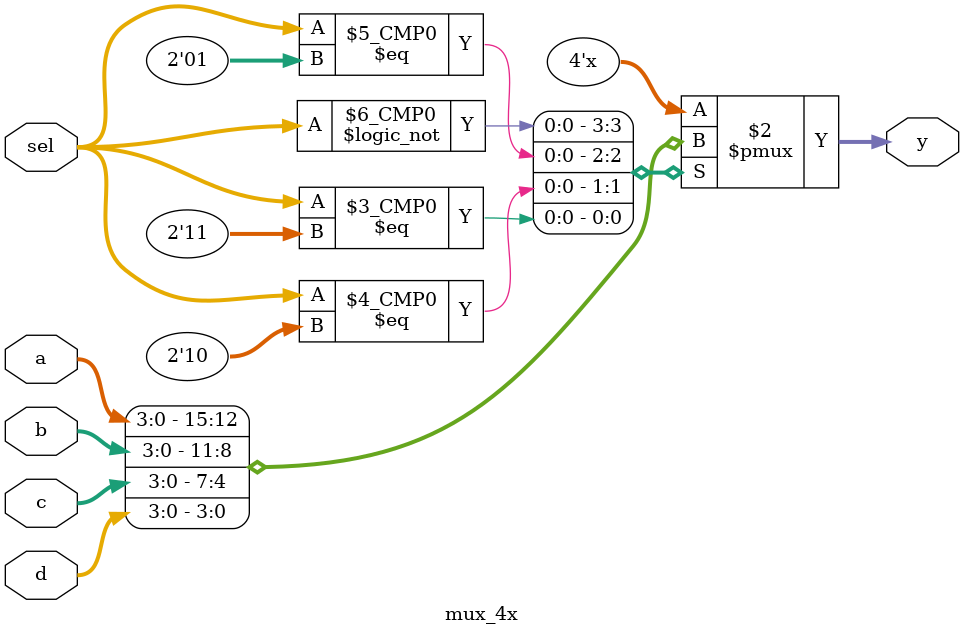
<source format=v>
`timescale 1ns / 1ps

module mux_4x #(parameter width=4) (input[width-1:0] a,
              input [width-1:0] b,
              input [width-1:0] c,
              input [width-1:0] d,
              input [1:0] sel,
              output reg [width-1:0] y);
              
always @ (*) begin
case(sel)
2'b00: y=a;
2'b01: y=b;
2'b10: y=c;
2'b11: y=d;
default : y=a;
endcase
end
endmodule

</source>
